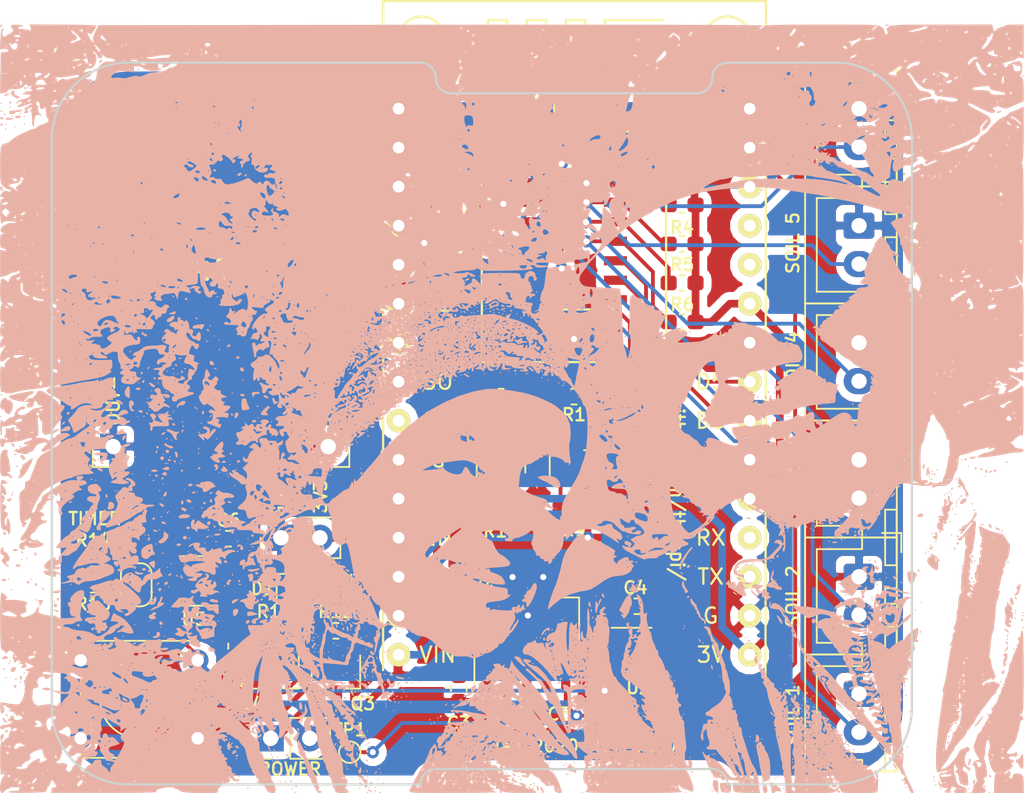
<source format=kicad_pcb>
(kicad_pcb (version 20171130) (host pcbnew 5.0.2-bee76a0~70~ubuntu16.04.1)
  (title_block (rev 2.0.0))
  (layers (0 F.Cu signal) (31 B.Cu signal) (34 B.Paste user) (35 F.Paste user) (36 B.SilkS user hide) (37 F.SilkS user) (38 B.Mask user) (39 F.Mask user) (44 Edge.Cuts user))
  (net 0 "")
  (net 1 GND)
  (net 2 3V3)
  (net 3 BATT_SENSE)
  (net 4 A0)
  (net 5 "Net-(U1-Pad21)")
  (net 6 "Net-(U1-Pad22)")
  (net 7 "Net-(U1-Pad23)")
  (net 8 SOIL_1)
  (net 9 SOIL_2)
  (net 10 SOIL_3)
  (net 11 SOIL_4)
  (net 12 SOIL_5)
  (net 13 SOIL_6)
  (net 14 /OUT+)
  (net 15 /VBAT)
  (net 16 "Net-(C7-Pad1)")
  (net 17 "Net-(Q1-Pad1)")
  (net 18 "Net-(Q1-Pad3)")
  (net 19 "Net-(Q3-Pad1)")
  (net 20 "Net-(Q3-Pad3)")
  (net 21 "Net-(R13-Pad1)")
  (net 22 DONE)
  (net 23 "Net-(D1-Pad2)")
  (net 24 /DELAY_VAL)
  (net 25 "Net-(JP1-Pad2)")
  (net 26 "Net-(R16-Pad2)")
  (net 27 "Net-(TP1-Pad1)")
  (module "ESP8266:NodeMCU1.0(12-E)" (layer F.Cu) (at 148.59 88.9)
    (fp_text reference U1)
    (fp_text value "NodeMCU_1.0_(ESP-12E)")
    (fp_text user VIN (at -8.85 14.605) (layer F.SilkS))
    (fp_text user G (at -8.85 12.065) (layer F.SilkS))
    (fp_text user RST (at -8.85 9.525) (layer F.SilkS))
    (fp_text user EN (at -8.85 6.985) (layer F.SilkS))
    (fp_text user 3V (at -8.85 4.445) (layer F.SilkS))
    (fp_text user G (at -8.85 1.905) (layer F.SilkS))
    (fp_text user SK (at -8.85 -0.635) (layer F.SilkS))
    (fp_text user SO (at -8.85 -3.175) (layer F.SilkS))
    (fp_text user SC (at -8.85 -5.715) (layer F.SilkS))
    (fp_text user S1 (at -8.85 -8.255) (layer F.SilkS))
    (fp_text user S2 (at -8.85 -10.795) (layer F.SilkS))
    (fp_text user 3V (at 8.93 14.605) (layer F.SilkS))
    (fp_text user G (at 8.93 12.065) (layer F.SilkS))
    (fp_text user TX (at 8.93 9.525) (layer F.SilkS))
    (fp_text user RX (at 8.93 6.985) (layer F.SilkS))
    (fp_text user D8 (at 8.93 4.445) (layer F.SilkS))
    (fp_text user D7 (at 8.93 1.905) (layer F.SilkS))
    (fp_text user D6 (at 8.93 -0.635) (layer F.SilkS))
    (fp_text user D5 (at 8.93 -3.175) (layer F.SilkS))
    (fp_text user G (at 9.73 -5.655) (layer F.SilkS))
    (pad 1 thru_hole circle (at -11.39 -20.955) (size 1.524 1.524) (drill 0.762) (layers *.Cu *.Mask F.SilkS) (net 4 A0))
    (pad 2 thru_hole circle (at -11.39 -18.415) (size 1.524 1.524) (drill 0.762) (layers *.Cu *.Mask F.SilkS))
    (pad 3 thru_hole circle (at -11.39 -15.875) (size 1.524 1.524) (drill 0.762) (layers *.Cu *.Mask F.SilkS))
    (pad 4 thru_hole circle (at -11.39 -13.335) (size 1.524 1.524) (drill 0.762) (layers *.Cu *.Mask F.SilkS))
    (pad 5 thru_hole circle (at -11.39 -10.795) (size 1.524 1.524) (drill 0.762) (layers *.Cu *.Mask F.SilkS))
    (pad 6 thru_hole circle (at -11.39 -8.255) (size 1.524 1.524) (drill 0.762) (layers *.Cu *.Mask F.SilkS))
    (pad 7 thru_hole circle (at -11.39 -5.715) (size 1.524 1.524) (drill 0.762) (layers *.Cu *.Mask F.SilkS))
    (pad 8 thru_hole circle (at -11.39 -3.175) (size 1.524 1.524) (drill 0.762) (layers *.Cu *.Mask F.SilkS))
    (pad 9 thru_hole circle (at -11.39 -0.635) (size 1.524 1.524) (drill 0.762) (layers *.Cu *.Mask F.SilkS))
    (pad 10 thru_hole circle (at -11.39 1.905) (size 1.524 1.524) (drill 0.762) (layers *.Cu *.Mask F.SilkS) (net 1 GND))
    (pad 11 thru_hole circle (at -11.39 4.445) (size 1.524 1.524) (drill 0.762) (layers *.Cu *.Mask F.SilkS) (net 2 3V3))
    (pad 12 thru_hole circle (at -11.39 6.985) (size 1.524 1.524) (drill 0.762) (layers *.Cu *.Mask F.SilkS))
    (pad 13 thru_hole circle (at -11.39 9.525) (size 1.524 1.524) (drill 0.762) (layers *.Cu *.Mask F.SilkS))
    (pad 14 thru_hole circle (at -11.39 12.065) (size 1.524 1.524) (drill 0.762) (layers *.Cu *.Mask F.SilkS) (net 1 GND))
    (pad 15 thru_hole circle (at -11.39 14.605) (size 1.524 1.524) (drill 0.762) (layers *.Cu *.Mask F.SilkS) (net 15 /VBAT))
    (pad 16 thru_hole circle (at 11.47 14.605) (size 1.524 1.524) (drill 0.762) (layers *.Cu *.Mask F.SilkS) (net 2 3V3))
    (pad 17 thru_hole circle (at 11.47 12.065) (size 1.524 1.524) (drill 0.762) (layers *.Cu *.Mask F.SilkS) (net 1 GND))
    (pad 18 thru_hole circle (at 11.47 9.525) (size 1.524 1.524) (drill 0.762) (layers *.Cu *.Mask F.SilkS))
    (pad 19 thru_hole circle (at 11.47 6.985) (size 1.524 1.524) (drill 0.762) (layers *.Cu *.Mask F.SilkS))
    (pad 20 thru_hole circle (at 11.47 4.445) (size 1.524 1.524) (drill 0.762) (layers *.Cu *.Mask F.SilkS))
    (pad 21 thru_hole circle (at 11.47 1.905) (size 1.524 1.524) (drill 0.762) (layers *.Cu *.Mask F.SilkS) (net 5 "Net-(U1-Pad21)"))
    (pad 22 thru_hole circle (at 11.47 -0.635) (size 1.524 1.524) (drill 0.762) (layers *.Cu *.Mask F.SilkS) (net 6 "Net-(U1-Pad22)"))
    (pad 23 thru_hole circle (at 11.47 -3.175) (size 1.524 1.524) (drill 0.762) (layers *.Cu *.Mask F.SilkS) (net 7 "Net-(U1-Pad23)"))
    (pad 24 thru_hole circle (at 11.47 -5.715) (size 1.524 1.524) (drill 0.762) (layers *.Cu *.Mask F.SilkS) (net 1 GND))
    (pad 25 thru_hole circle (at 11.47 -8.255) (size 1.524 1.524) (drill 0.762) (layers *.Cu *.Mask F.SilkS) (net 2 3V3))
    (pad 26 thru_hole circle (at 11.47 -10.795) (size 1.524 1.524) (drill 0.762) (layers *.Cu *.Mask F.SilkS))
    (pad 27 thru_hole circle (at 11.47 -13.335) (size 1.524 1.524) (drill 0.762) (layers *.Cu *.Mask F.SilkS))
    (pad 28 thru_hole circle (at 11.47 -15.875) (size 1.524 1.524) (drill 0.762) (layers *.Cu *.Mask F.SilkS) (net 26 "Net-(R16-Pad2)"))
    (pad 29 thru_hole circle (at 11.47 -18.415) (size 1.524 1.524) (drill 0.762) (layers *.Cu *.Mask F.SilkS) (net 22 DONE))
    (pad 30 thru_hole circle (at 11.47 -20.955) (size 1.524 1.524) (drill 0.762) (layers *.Cu *.Mask F.SilkS))
  )
  (module Capacitor_SMD:C_0603_1608Metric_Pad1.05x0.95mm_HandSolder (layer F.Cu) (at 126.12 95.945 180)
    (fp_text reference C6 (at 0 1.2 180) (layer F.SilkS) (effects (font (size 0.8 0.8))))
    (fp_text value 1uF)
    (pad 1 smd roundrect (at -0.875 0 180) (size 1.05 0.95) (layers F.Cu F.Paste F.Mask) (net 14 /OUT+))
    (pad 2 smd roundrect (at 0.875 0 180) (size 1.05 0.95) (layers F.Cu F.Paste F.Mask) (net 1 GND))
  )
  (module Button_Switch_THT:SW_Tactile_Straight_KSL0Axx1LFTR (layer F.Cu) (at 124.12 108.945 180)
    (fp_text reference SW1 (at 3.81 -2.08 180) (layer F.SilkS) (effects (font (size 0.8 0.8))))
    (fp_text value SW_Push)
    (pad 1 thru_hole circle (at 7.62 0 180) (size 1.397 1.397) (drill 0.8128) (layers *.Cu *.Mask) (net 15 /VBAT))
    (pad 2 thru_hole circle (at 7.62 5.08 180) (size 1.397 1.397) (drill 0.8128) (layers *.Cu *.Mask) (net 25 "Net-(JP1-Pad2)"))
    (pad 1 thru_hole circle (at 0 0 180) (size 1.397 1.397) (drill 0.8128) (layers *.Cu *.Mask) (net 15 /VBAT))
    (pad 2 thru_hole circle (at 0 5.08 180) (size 1.397 1.397) (drill 0.8128) (layers *.Cu *.Mask) (net 25 "Net-(JP1-Pad2)"))
  )
  (module Capacitor_SMD:C_0603_1608Metric_Pad1.05x0.95mm_HandSolder (layer F.Cu) (at 145.145 107.395)
    (fp_text reference C5 (at 2.525 -0.025 180) (layer F.SilkS) (effects (font (size 0.8 0.8))))
    (fp_text value 1uF)
    (pad 2 smd roundrect (at 0.875 0) (size 1.05 0.95) (layers F.Cu F.Paste F.Mask) (net 1 GND))
    (pad 1 smd roundrect (at -0.875 0) (size 1.05 0.95) (layers F.Cu F.Paste F.Mask) (net 2 3V3))
  )
  (module Connector_PinHeader_2.54mm:PinHeader_1x02_P2.54mm_Vertical (layer F.Cu) (at 128.87 108.945 90)
    (fp_text reference SW2)
    (fp_text value SW)
    (pad 1 thru_hole rect (at 0 0 90) (size 1.7 1.7) (drill 1) (layers *.Cu *.Mask) (net 20 "Net-(Q3-Pad3)"))
    (pad 2 thru_hole oval (at 0 2.54 90) (size 1.7 1.7) (drill 1) (layers *.Cu *.Mask) (net 15 /VBAT))
  )
  (module tp4056:tp4056 (layer F.Cu) (at 118.62 89.945 90)
    (fp_text reference J4)
    (fp_text value PWR)
    (pad 1 thru_hole rect (at 0 0 90) (size 1.7 1.7) (drill 1) (layers *.Cu *.Mask) (net 1 GND))
    (pad 2 thru_hole oval (at 0 14 90) (size 1.7 1.7) (drill 1) (layers *.Cu *.Mask) (net 14 /OUT+))
  )
  (module Capacitor_SMD:C_0603_1608Metric_Pad1.05x0.95mm_HandSolder (layer F.Cu) (at 156.22 70.545 90)
    (fp_text reference C2 (at 2.25 -0.05 180) (layer F.SilkS) (effects (font (size 0.8 0.8))))
    (fp_text value 1uF)
    (pad 2 smd roundrect (at 0.875 0 90) (size 1.05 0.95) (layers F.Cu F.Paste F.Mask) (net 1 GND))
    (pad 1 smd roundrect (at -0.875 0 90) (size 1.05 0.95) (layers F.Cu F.Paste F.Mask) (net 2 3V3))
  )
  (module Capacitor_SMD:C_0603_1608Metric_Pad1.05x0.95mm_HandSolder (layer F.Cu) (at 154.02 70.545 90)
    (fp_text reference C1 (at 2.2 -0.1 180) (layer F.SilkS) (effects (font (size 0.8 0.8))))
    (fp_text value 0.1uF)
    (pad 1 smd roundrect (at -0.875 0 90) (size 1.05 0.95) (layers F.Cu F.Paste F.Mask) (net 2 3V3))
    (pad 2 smd roundrect (at 0.875 0 90) (size 1.05 0.95) (layers F.Cu F.Paste F.Mask) (net 1 GND))
  )
  (module Capacitor_SMD:C_0603_1608Metric_Pad1.05x0.95mm_HandSolder (layer F.Cu) (at 141.12 105.695 270)
    (fp_text reference C3 (at 2.25 0) (layer F.SilkS) (effects (font (size 0.8 0.8))))
    (fp_text value 1uF)
    (pad 2 smd roundrect (at 0.875 0 270) (size 1.05 0.95) (layers F.Cu F.Paste F.Mask) (net 1 GND))
    (pad 1 smd roundrect (at -0.875 0 270) (size 1.05 0.95) (layers F.Cu F.Paste F.Mask) (net 15 /VBAT))
  )
  (module Capacitor_SMD:C_0603_1608Metric_Pad1.05x0.95mm_HandSolder (layer F.Cu) (at 152.72 100.345)
    (fp_text reference C4 (at -0.1 -1.2 180) (layer F.SilkS) (effects (font (size 0.8 0.8))))
    (fp_text value 0.1uF)
    (pad 1 smd roundrect (at -0.875 0) (size 1.05 0.95) (layers F.Cu F.Paste F.Mask) (net 15 /VBAT))
    (pad 2 smd roundrect (at 0.875 0) (size 1.05 0.95) (layers F.Cu F.Paste F.Mask) (net 1 GND))
  )
  (module Resistor_SMD:R_0603_1608Metric_Pad1.05x0.95mm_HandSolder (layer F.Cu) (at 148.62 86.695 180)
    (fp_text reference R1 (at 0 -1.18 180) (layer F.SilkS) (effects (font (size 0.8 0.8))))
    (fp_text value 100K)
    (pad 1 smd roundrect (at -0.875 0 180) (size 1.05 0.95) (layers F.Cu F.Paste F.Mask) (net 18 "Net-(Q1-Pad3)"))
    (pad 2 smd roundrect (at 0.875 0 180) (size 1.05 0.95) (layers F.Cu F.Paste F.Mask) (net 3 BATT_SENSE))
  )
  (module Resistor_SMD:R_0603_1608Metric_Pad1.05x0.95mm_HandSolder (layer F.Cu) (at 143.87 86.695 180)
    (fp_text reference R2 (at 0 -1.17 180) (layer F.SilkS) (effects (font (size 0.8 0.8))))
    (fp_text value 100K)
    (pad 2 smd roundrect (at 0.875 0 180) (size 1.05 0.95) (layers F.Cu F.Paste F.Mask) (net 1 GND))
    (pad 1 smd roundrect (at -0.875 0 180) (size 1.05 0.95) (layers F.Cu F.Paste F.Mask) (net 3 BATT_SENSE))
  )
  (module Resistor_SMD:R_0603_1608Metric_Pad1.05x0.95mm_HandSolder (layer F.Cu) (at 155.66 74.215 180)
    (fp_text reference R3 (at 0 1.12 180) (layer F.SilkS) (effects (font (size 0.8 0.8))))
    (fp_text value 10K)
    (pad 1 smd roundrect (at -0.875 0 180) (size 1.05 0.95) (layers F.Cu F.Paste F.Mask) (net 2 3V3))
    (pad 2 smd roundrect (at 0.875 0 180) (size 1.05 0.95) (layers F.Cu F.Paste F.Mask) (net 8 SOIL_1))
  )
  (module Resistor_SMD:R_0603_1608Metric_Pad1.05x0.95mm_HandSolder (layer F.Cu) (at 155.66 76.755 180)
    (fp_text reference R4 (at 0 1.06 180) (layer F.SilkS) (effects (font (size 0.8 0.8))))
    (fp_text value 10K)
    (pad 2 smd roundrect (at 0.875 0 180) (size 1.05 0.95) (layers F.Cu F.Paste F.Mask) (net 9 SOIL_2))
    (pad 1 smd roundrect (at -0.875 0 180) (size 1.05 0.95) (layers F.Cu F.Paste F.Mask) (net 2 3V3))
  )
  (module Resistor_SMD:R_0603_1608Metric_Pad1.05x0.95mm_HandSolder (layer F.Cu) (at 155.66 79.295 180)
    (fp_text reference R5 (at -0.01 1.2 180) (layer F.SilkS) (effects (font (size 0.8 0.8))))
    (fp_text value 10K)
    (pad 1 smd roundrect (at -0.875 0 180) (size 1.05 0.95) (layers F.Cu F.Paste F.Mask) (net 2 3V3))
    (pad 2 smd roundrect (at 0.875 0 180) (size 1.05 0.95) (layers F.Cu F.Paste F.Mask) (net 10 SOIL_3))
  )
  (module Resistor_SMD:R_0603_1608Metric_Pad1.05x0.95mm_HandSolder (layer F.Cu) (at 155.66 81.835 180)
    (fp_text reference R6 (at -0.01 1.14 180) (layer F.SilkS) (effects (font (size 0.8 0.8))))
    (fp_text value 10K)
    (pad 2 smd roundrect (at 0.875 0 180) (size 1.05 0.95) (layers F.Cu F.Paste F.Mask) (net 11 SOIL_4))
    (pad 1 smd roundrect (at -0.875 0 180) (size 1.05 0.95) (layers F.Cu F.Paste F.Mask) (net 2 3V3))
  )
  (module Resistor_SMD:R_0603_1608Metric_Pad1.05x0.95mm_HandSolder (layer F.Cu) (at 141.42 71.495)
    (fp_text reference R7 (at 0.05 -1.28) (layer F.SilkS) (effects (font (size 0.8 0.8))))
    (fp_text value 10K)
    (pad 1 smd roundrect (at -0.875 0) (size 1.05 0.95) (layers F.Cu F.Paste F.Mask) (net 2 3V3))
    (pad 2 smd roundrect (at 0.875 0) (size 1.05 0.95) (layers F.Cu F.Paste F.Mask) (net 12 SOIL_5))
  )
  (module Resistor_SMD:R_0603_1608Metric_Pad1.05x0.95mm_HandSolder (layer F.Cu) (at 141.42 74.145)
    (fp_text reference R8 (at 0.05 -1.22) (layer F.SilkS) (effects (font (size 0.8 0.8))))
    (fp_text value 10K)
    (pad 2 smd roundrect (at 0.875 0) (size 1.05 0.95) (layers F.Cu F.Paste F.Mask) (net 13 SOIL_6))
    (pad 1 smd roundrect (at -0.875 0) (size 1.05 0.95) (layers F.Cu F.Paste F.Mask) (net 2 3V3))
  )
  (module Connector_JST:JST_XH_B02B-XH-A_1x02_P2.50mm_Vertical (layer F.Cu) (at 167.18 67.945 270)
    (fp_text reference J1)
    (fp_text value SOIL)
    (pad 1 thru_hole roundrect (at 0 0 270) (size 1.7 2) (drill 1) (layers *.Cu *.Mask) (roundrect_rratio 0.147059) (net 1 GND))
    (pad 2 thru_hole oval (at 2.5 0 270) (size 1.7 2) (drill 1) (layers *.Cu *.Mask) (net 8 SOIL_1))
  )
  (module Connector_JST:JST_XH_B02B-XH-A_1x02_P2.50mm_Vertical (layer F.Cu) (at 167.18 75.565 270)
    (fp_text reference J2)
    (fp_text value SOIL)
    (pad 2 thru_hole oval (at 2.5 0 270) (size 1.7 2) (drill 1) (layers *.Cu *.Mask) (net 9 SOIL_2))
    (pad 1 thru_hole roundrect (at 0 0 270) (size 1.7 2) (drill 1) (layers *.Cu *.Mask) (roundrect_rratio 0.147059) (net 1 GND))
  )
  (module Connector_JST:JST_XH_B02B-XH-A_1x02_P2.50mm_Vertical (layer F.Cu) (at 167.18 83.185 270)
    (fp_text reference J5)
    (fp_text value SOIL)
    (pad 1 thru_hole roundrect (at 0 0 270) (size 1.7 2) (drill 1) (layers *.Cu *.Mask) (roundrect_rratio 0.147059) (net 1 GND))
    (pad 2 thru_hole oval (at 2.5 0 270) (size 1.7 2) (drill 1) (layers *.Cu *.Mask) (net 10 SOIL_3))
  )
  (module Connector_JST:JST_XH_B02B-XH-A_1x02_P2.50mm_Vertical (layer F.Cu) (at 167.18 90.805 270)
    (fp_text reference J6)
    (fp_text value SOIL)
    (pad 2 thru_hole oval (at 2.5 0 270) (size 1.7 2) (drill 1) (layers *.Cu *.Mask) (net 11 SOIL_4))
    (pad 1 thru_hole roundrect (at 0 0 270) (size 1.7 2) (drill 1) (layers *.Cu *.Mask) (roundrect_rratio 0.147059) (net 1 GND))
  )
  (module Connector_JST:JST_XH_B02B-XH-A_1x02_P2.50mm_Vertical (layer F.Cu) (at 167.18 98.425 270)
    (fp_text reference J7)
    (fp_text value SOIL)
    (pad 1 thru_hole roundrect (at 0 0 270) (size 1.7 2) (drill 1) (layers *.Cu *.Mask) (roundrect_rratio 0.147059) (net 1 GND))
    (pad 2 thru_hole oval (at 2.5 0 270) (size 1.7 2) (drill 1) (layers *.Cu *.Mask) (net 12 SOIL_5))
  )
  (module Connector_JST:JST_XH_B02B-XH-A_1x02_P2.50mm_Vertical (layer F.Cu) (at 167.18 106.045 270)
    (fp_text reference J8)
    (fp_text value SOIL)
    (pad 1 thru_hole roundrect (at 0 0 270) (size 1.7 2) (drill 1) (layers *.Cu *.Mask) (roundrect_rratio 0.147059) (net 1 GND))
    (pad 2 thru_hole oval (at 2.5 0 270) (size 1.7 2) (drill 1) (layers *.Cu *.Mask) (net 13 SOIL_6))
  )
  (module Connector_PinHeader_2.54mm:PinHeader_1x02_P2.54mm_Vertical (layer F.Cu) (at 129.54 95.885 90)
    (fp_text reference J3)
    (fp_text value USB_UART)
    (pad 1 thru_hole rect (at 0 0 90) (size 1.7 1.7) (drill 1) (layers *.Cu *.Mask) (net 1 GND))
    (pad 2 thru_hole oval (at 0 2.54 90) (size 1.7 1.7) (drill 1) (layers *.Cu *.Mask) (net 2 3V3))
  )
  (module Capacitor_SMD:C_0603_1608Metric_Pad1.05x0.95mm_HandSolder (layer F.Cu) (at 126.62 102.945 270)
    (fp_text reference C7 (at 2.25 0 180) (layer F.SilkS) (effects (font (size 0.8 0.8))))
    (fp_text value 1000pF)
    (pad 1 smd roundrect (at -0.875 0 270) (size 1.05 0.95) (layers F.Cu F.Paste F.Mask) (net 16 "Net-(C7-Pad1)"))
    (pad 2 smd roundrect (at 0.875 0 270) (size 1.05 0.95) (layers F.Cu F.Paste F.Mask) (net 1 GND))
  )
  (module Package_TO_SOT_SMD:SOT-23 (layer F.Cu) (at 148.62 90.945 90)
    (fp_text reference Q1 (at 1.5 -1.5 180) (layer F.SilkS) (effects (font (size 0.8 0.8))))
    (fp_text value Si2305CDS)
    (pad 1 smd rect (at -1 -0.95 90) (size 0.9 0.8) (layers F.Cu F.Paste F.Mask) (net 17 "Net-(Q1-Pad1)"))
    (pad 2 smd rect (at -1 0.95 90) (size 0.9 0.8) (layers F.Cu F.Paste F.Mask) (net 15 /VBAT))
    (pad 3 smd rect (at 1 0 90) (size 0.9 0.8) (layers F.Cu F.Paste F.Mask) (net 18 "Net-(Q1-Pad3)"))
  )
  (module Package_TO_SOT_SMD:SOT-23 (layer F.Cu) (at 143.87 90.945 90)
    (fp_text reference Q2 (at 1.5 -1.5 180) (layer F.SilkS) (effects (font (size 0.8 0.8))))
    (fp_text value BSS138)
    (pad 3 smd rect (at 1 0 90) (size 0.9 0.8) (layers F.Cu F.Paste F.Mask) (net 17 "Net-(Q1-Pad1)"))
    (pad 2 smd rect (at -1 0.95 90) (size 0.9 0.8) (layers F.Cu F.Paste F.Mask) (net 1 GND))
    (pad 1 smd rect (at -1 -0.95 90) (size 0.9 0.8) (layers F.Cu F.Paste F.Mask) (net 2 3V3))
  )
  (module Package_TO_SOT_SMD:SOT-23 (layer F.Cu) (at 133.12 104.945 270)
    (fp_text reference Q3 (at 1.75 -1.75) (layer F.SilkS) (effects (font (size 0.8 0.8))))
    (fp_text value Si2305CDS)
    (pad 1 smd rect (at -1 -0.95 270) (size 0.9 0.8) (layers F.Cu F.Paste F.Mask) (net 19 "Net-(Q3-Pad1)"))
    (pad 2 smd rect (at -1 0.95 270) (size 0.9 0.8) (layers F.Cu F.Paste F.Mask) (net 14 /OUT+))
    (pad 3 smd rect (at 1 0 270) (size 0.9 0.8) (layers F.Cu F.Paste F.Mask) (net 20 "Net-(Q3-Pad3)"))
  )
  (module Package_TO_SOT_SMD:SOT-23 (layer F.Cu) (at 129.12 104.945 270)
    (fp_text reference Q4 (at 1.75 1.5) (layer F.SilkS) (effects (font (size 0.8 0.8))))
    (fp_text value BSS138)
    (pad 3 smd rect (at 1 0 270) (size 0.9 0.8) (layers F.Cu F.Paste F.Mask) (net 19 "Net-(Q3-Pad1)"))
    (pad 2 smd rect (at -1 0.95 270) (size 0.9 0.8) (layers F.Cu F.Paste F.Mask) (net 1 GND))
    (pad 1 smd rect (at -1 -0.95 270) (size 0.9 0.8) (layers F.Cu F.Paste F.Mask) (net 16 "Net-(C7-Pad1)"))
  )
  (module Resistor_SMD:R_0603_1608Metric_Pad1.05x0.95mm_HandSolder (layer F.Cu) (at 148.62 93.945 180)
    (fp_text reference R9 (at 0 -1.43 180) (layer F.SilkS) (effects (font (size 0.8 0.8))))
    (fp_text value 10K)
    (pad 2 smd roundrect (at 0.875 0 180) (size 1.05 0.95) (layers F.Cu F.Paste F.Mask) (net 17 "Net-(Q1-Pad1)"))
    (pad 1 smd roundrect (at -0.875 0 180) (size 1.05 0.95) (layers F.Cu F.Paste F.Mask) (net 15 /VBAT))
  )
  (module Resistor_SMD:R_0603_1608Metric_Pad1.05x0.95mm_HandSolder (layer F.Cu) (at 143.87 93.945)
    (fp_text reference R10 (at 0 1.5) (layer F.SilkS) (effects (font (size 0.8 0.8))))
    (fp_text value 10K)
    (pad 1 smd roundrect (at -0.875 0) (size 1.05 0.95) (layers F.Cu F.Paste F.Mask) (net 2 3V3))
    (pad 2 smd roundrect (at 0.875 0) (size 1.05 0.95) (layers F.Cu F.Paste F.Mask) (net 1 GND))
  )
  (module Resistor_SMD:R_0603_1608Metric_Pad1.05x0.95mm_HandSolder (layer F.Cu) (at 129.12 101.945 180)
    (fp_text reference R11 (at 0 1.25 180) (layer F.SilkS) (effects (font (size 0.8 0.8))))
    (fp_text value 10K)
    (pad 1 smd roundrect (at -0.875 0 180) (size 1.05 0.95) (layers F.Cu F.Paste F.Mask) (net 14 /OUT+))
    (pad 2 smd roundrect (at 0.875 0 180) (size 1.05 0.95) (layers F.Cu F.Paste F.Mask) (net 16 "Net-(C7-Pad1)"))
  )
  (module Resistor_SMD:R_0603_1608Metric_Pad1.05x0.95mm_HandSolder (layer F.Cu) (at 133.12 101.945)
    (fp_text reference R12 (at 0 -1.25) (layer F.SilkS) (effects (font (size 0.8 0.8))))
    (fp_text value 10K)
    (pad 2 smd roundrect (at 0.875 0) (size 1.05 0.95) (layers F.Cu F.Paste F.Mask) (net 19 "Net-(Q3-Pad1)"))
    (pad 1 smd roundrect (at -0.875 0) (size 1.05 0.95) (layers F.Cu F.Paste F.Mask) (net 14 /OUT+))
  )
  (module Resistor_SMD:R_0603_1608Metric_Pad1.05x0.95mm_HandSolder (layer F.Cu) (at 117.32 98.945)
    (fp_text reference R13 (at 0 1.25) (layer F.SilkS) (effects (font (size 0.8 0.8))))
    (fp_text value 100K)
    (pad 1 smd roundrect (at -0.875 0) (size 1.05 0.95) (layers F.Cu F.Paste F.Mask) (net 21 "Net-(R13-Pad1)"))
    (pad 2 smd roundrect (at 0.875 0) (size 1.05 0.95) (layers F.Cu F.Paste F.Mask) (net 25 "Net-(JP1-Pad2)"))
  )
  (module Resistor_SMD:R_0603_1608Metric_Pad1.05x0.95mm_HandSolder (layer F.Cu) (at 117.32 97.245 180)
    (fp_text reference R14 (at 0 1.2 180) (layer F.SilkS) (effects (font (size 0.8 0.8))))
    (fp_text value 10K)
    (pad 2 smd roundrect (at 0.875 0 180) (size 1.05 0.95) (layers F.Cu F.Paste F.Mask) (net 21 "Net-(R13-Pad1)"))
    (pad 1 smd roundrect (at -0.875 0 180) (size 1.05 0.95) (layers F.Cu F.Paste F.Mask) (net 1 GND))
  )
  (module Package_TO_SOT_SMD:SOT-223-6 (layer F.Cu) (at 145.545 101.645 90)
    (fp_text reference U4 (at 2.475 -2.875 180) (layer F.SilkS) (effects (font (size 0.8 0.8))))
    (fp_text value tps73733)
    (pad 4 smd rect (at -3.1375 1.27 90) (size 2.2 0.6) (layers F.Cu F.Paste F.Mask))
    (pad 2 smd rect (at -3.1375 -1.27 90) (size 2.2 0.6) (layers F.Cu F.Paste F.Mask) (net 2 3V3))
    (pad 6 smd rect (at 3.1625 0 90) (size 2.15 3.45) (layers F.Cu F.Paste F.Mask) (net 1 GND))
    (pad 3 smd rect (at -3.1375 0 90) (size 2.2 0.6) (layers F.Cu F.Paste F.Mask) (net 1 GND))
    (pad 5 smd rect (at -3.1375 2.54 90) (size 2.2 0.6) (layers F.Cu F.Paste F.Mask) (net 27 "Net-(TP1-Pad1)"))
    (pad 1 smd rect (at -3.1375 -2.54 90) (size 2.2 0.6) (layers F.Cu F.Paste F.Mask) (net 15 /VBAT))
  )
  (module Package_TO_SOT_SMD:SOT-23-5_HandSoldering (layer F.Cu) (at 123.87 98.695 180)
    (fp_text reference U5 (at 0 -2.5 180) (layer F.SilkS) (effects (font (size 0.8 0.8))))
    (fp_text value BD4833G)
    (pad 1 smd rect (at -1.35 -0.95 180) (size 1.56 0.65) (layers F.Cu F.Paste F.Mask) (net 16 "Net-(C7-Pad1)"))
    (pad 2 smd rect (at -1.35 0 180) (size 1.56 0.65) (layers F.Cu F.Paste F.Mask) (net 14 /OUT+))
    (pad 3 smd rect (at -1.35 0.95 180) (size 1.56 0.65) (layers F.Cu F.Paste F.Mask) (net 1 GND))
    (pad 4 smd rect (at 1.35 0.95 180) (size 1.56 0.65) (layers F.Cu F.Paste F.Mask))
    (pad 5 smd rect (at 1.35 -0.95 180) (size 1.56 0.65) (layers F.Cu F.Paste F.Mask))
  )
  (module Package_SO:SOIC-16_3.9x9.9mm_P1.27mm (layer F.Cu) (at 148.62 75.945)
    (fp_text reference U3 (at 0 -6) (layer F.SilkS) (effects (font (size 0.8 0.8))))
    (fp_text value CD4051B)
    (pad 1 smd rect (at -2.7 -4.445) (size 1.5 0.6) (layers F.Cu F.Paste F.Mask) (net 12 SOIL_5))
    (pad 2 smd rect (at -2.7 -3.175) (size 1.5 0.6) (layers F.Cu F.Paste F.Mask) (net 13 SOIL_6))
    (pad 3 smd rect (at -2.7 -1.905) (size 1.5 0.6) (layers F.Cu F.Paste F.Mask) (net 4 A0))
    (pad 4 smd rect (at -2.7 -0.635) (size 1.5 0.6) (layers F.Cu F.Paste F.Mask) (net 24 /DELAY_VAL))
    (pad 5 smd rect (at -2.7 0.635) (size 1.5 0.6) (layers F.Cu F.Paste F.Mask) (net 3 BATT_SENSE))
    (pad 6 smd rect (at -2.7 1.905) (size 1.5 0.6) (layers F.Cu F.Paste F.Mask) (net 1 GND))
    (pad 7 smd rect (at -2.7 3.175) (size 1.5 0.6) (layers F.Cu F.Paste F.Mask) (net 1 GND))
    (pad 8 smd rect (at -2.7 4.445) (size 1.5 0.6) (layers F.Cu F.Paste F.Mask) (net 1 GND))
    (pad 9 smd rect (at 2.7 4.445) (size 1.5 0.6) (layers F.Cu F.Paste F.Mask) (net 5 "Net-(U1-Pad21)"))
    (pad 10 smd rect (at 2.7 3.175) (size 1.5 0.6) (layers F.Cu F.Paste F.Mask) (net 6 "Net-(U1-Pad22)"))
    (pad 11 smd rect (at 2.7 1.905) (size 1.5 0.6) (layers F.Cu F.Paste F.Mask) (net 7 "Net-(U1-Pad23)"))
    (pad 12 smd rect (at 2.7 0.635) (size 1.5 0.6) (layers F.Cu F.Paste F.Mask) (net 11 SOIL_4))
    (pad 13 smd rect (at 2.7 -0.635) (size 1.5 0.6) (layers F.Cu F.Paste F.Mask) (net 10 SOIL_3))
    (pad 14 smd rect (at 2.7 -1.905) (size 1.5 0.6) (layers F.Cu F.Paste F.Mask) (net 9 SOIL_2))
    (pad 15 smd rect (at 2.7 -3.175) (size 1.5 0.6) (layers F.Cu F.Paste F.Mask) (net 8 SOIL_1))
    (pad 16 smd rect (at 2.7 -4.445) (size 1.5 0.6) (layers F.Cu F.Paste F.Mask) (net 2 3V3))
  )
  (module LED_SMD:LED_0805_2012Metric_Pad1.15x1.40mm_HandSolder (layer F.Cu) (at 131.12 99.195)
    (fp_text reference D1 (at -2.75 0 180) (layer F.SilkS) (effects (font (size 0.8 0.8))))
    (fp_text value LED)
    (pad 1 smd roundrect (at -1.025 0) (size 1.15 1.4) (layers F.Cu F.Paste F.Mask) (roundrect_rratio 0.217391) (net 1 GND))
    (pad 2 smd roundrect (at 1.025 0) (size 1.15 1.4) (layers F.Cu F.Paste F.Mask) (roundrect_rratio 0.217391) (net 23 "Net-(D1-Pad2)"))
  )
  (module Package_TO_SOT_SMD:SuperSOT-6 (layer F.Cu) (at 152.82 103.345)
    (fp_text reference U2 (at 0 2.3) (layer F.SilkS) (effects (font (size 0.8 0.8))))
    (fp_text value tpl5111)
    (pad 1 smd rect (at -1.3 -0.95) (size 1 0.7) (layers F.Cu F.Paste F.Mask) (net 15 /VBAT))
    (pad 2 smd rect (at -1.3 0) (size 1 0.7) (layers F.Cu F.Paste F.Mask) (net 1 GND))
    (pad 3 smd rect (at -1.3 0.95) (size 1 0.7) (layers F.Cu F.Paste F.Mask) (net 25 "Net-(JP1-Pad2)"))
    (pad 4 smd rect (at 1.3 0.95) (size 1 0.7) (layers F.Cu F.Paste F.Mask) (net 22 DONE))
    (pad 6 smd rect (at 1.3 -0.95) (size 1 0.7) (layers F.Cu F.Paste F.Mask) (net 15 /VBAT))
    (pad 5 smd rect (at 1.3 0) (size 1 0.7) (layers F.Cu F.Paste F.Mask) (net 27 "Net-(TP1-Pad1)"))
  )
  (module Resistor_SMD:R_0603_1608Metric_Pad1.05x0.95mm_HandSolder (layer F.Cu) (at 134.62 98.445 90)
    (fp_text reference R15 (at 2.9 0 90) (layer F.SilkS) (effects (font (size 0.8 0.8))))
    (fp_text value 1K)
    (pad 1 smd roundrect (at -0.875 0 90) (size 1.05 0.95) (layers F.Cu F.Paste F.Mask) (net 23 "Net-(D1-Pad2)"))
    (pad 2 smd roundrect (at 0.875 0 90) (size 1.05 0.95) (layers F.Cu F.Paste F.Mask) (net 2 3V3))
  )
  (module theapi:TheApiLogoTiny (layer F.Cu) (at 126.24 107.225)
    (fp_text reference REF** hide)
    (fp_text value TheApiLogoTiny hide)
  )
  (module theapi:us (layer B.Cu) (at 144.62 87.445 180)
    (fp_text reference G*** hide)
    (fp_text value LOGO hide)
  )
  (module Jumper:SolderJumper-2_P1.3mm_Open_RoundedPad1.0x1.5mm (layer F.Cu) (at 120.12 98.945 270)
    (fp_text reference JP1)
    (fp_text value Jumper)
    (pad 1 smd custom (at -0.65 0 270) (size 1 0.5) (layers F.Cu F.Mask) (net 24 /DELAY_VAL) (options (clearance outline) (anchor rect)) (primitives (gr_circle (center 0 0.25) (end 0.5 0.25) (width 0)) (gr_circle (center 0 -0.25) (end 0.5 -0.25) (width 0)) (gr_poly (pts (xy 0 -0.75) (xy 0.5 -0.75) (xy 0.5 0.75) (xy 0 0.75)) (width 0))))
    (pad 2 smd custom (at 0.65 0 270) (size 1 0.5) (layers F.Cu F.Mask) (net 25 "Net-(JP1-Pad2)") (options (clearance outline) (anchor rect)) (primitives (gr_circle (center 0 0.25) (end 0.5 0.25) (width 0)) (gr_circle (center 0 -0.25) (end 0.5 -0.25) (width 0)) (gr_poly (pts (xy 0 -0.75) (xy -0.5 -0.75) (xy -0.5 0.75) (xy 0 0.75)) (width 0))))
  )
  (module Resistor_SMD:R_0603_1608Metric_Pad1.05x0.95mm_HandSolder (layer F.Cu) (at 141.37 76.695 180)
    (fp_text reference R16 (at 0 1.25 180) (layer F.SilkS) (effects (font (size 0.8 0.8))))
    (fp_text value 10K)
    (pad 1 smd roundrect (at -0.875 0 180) (size 1.05 0.95) (layers F.Cu F.Paste F.Mask) (net 24 /DELAY_VAL))
    (pad 2 smd roundrect (at 0.875 0 180) (size 1.05 0.95) (layers F.Cu F.Paste F.Mask) (net 26 "Net-(R16-Pad2)"))
  )
  (module TestPoint:TestPoint_Pad_D1.0mm (layer F.Cu) (at 134.02 109.845)
    (fp_text reference TP1 (at 0 -1.448) (layer F.SilkS) (effects (font (size 0.8 0.8))))
    (fp_text value TestPoint)
    (pad 1 smd circle (at 0 0) (size 1 1) (layers F.Cu F.Mask) (net 27 "Net-(TP1-Pad1)"))
  )
  (gr_text TIMER (at 117.42 94.645) (layer F.SilkS) (effects (font (size 0.8 0.8))))
  (gr_arc (start 119.62 69.945) (end 119.62 64.945) (angle -90) (layer Edge.Cuts) (width 0.15))
  (gr_arc (start 165.62 106.945) (end 165.62 111.945) (angle -90) (layer Edge.Cuts) (width 0.15))
  (gr_arc (start 165.62 69.945) (end 170.62 69.945) (angle -90) (layer Edge.Cuts) (width 0.15))
  (gr_arc (start 119.62 106.945) (end 114.62 106.945) (angle -90) (layer Edge.Cuts) (width 0.15))
  (gr_text "Jan 2020 Rev 2.0.0" (at 143.12 109.445) (layer F.SilkS) (effects (font (size 0.8 0.8)) (justify left)))
  (gr_text ANTENNA (at 148.12 67.945) (layer F.SilkS) (effects (font (size 0.8 0.8))))
  (gr_arc (start 157.62 111.945) (end 158.62 111.945) (angle -90) (layer Edge.Cuts) (width 0.15))
  (gr_arc (start 139.62 111.945) (end 139.62 110.945) (angle -90) (layer Edge.Cuts) (width 0.15))
  (gr_arc (start 140.62 65.945) (end 139.62 65.945) (angle -90) (layer Edge.Cuts) (width 0.15))
  (gr_arc (start 156.62 65.945) (end 156.62 66.945) (angle -90) (layer Edge.Cuts) (width 0.15))
  (gr_line (start 158.62 111.945) (end 161.62 111.945) (layer Edge.Cuts) (width 0.15))
  (gr_text "//github.com/theapi/\nesp8266wsn " (at 154.62 84.945 270) (layer F.SilkS) (effects (font (size 0.9 0.8)) (justify left)))
  (gr_text "SOIL 6" (at 162.87 69.195 90) (layer F.SilkS) (effects (font (size 0.8 0.8))))
  (gr_text "SOIL 5" (at 162.87 76.695 90) (layer F.SilkS) (effects (font (size 0.8 0.8))))
  (gr_text "SOIL 4" (at 162.87 84.445 90) (layer F.SilkS) (effects (font (size 0.8 0.8))))
  (gr_text "SOIL 3" (at 162.87 91.945 90) (layer F.SilkS) (effects (font (size 0.8 0.8))))
  (gr_text "SOIL 2" (at 162.87 99.695 90) (layer F.SilkS) (effects (font (size 0.8 0.8))))
  (gr_text "SOIL 1" (at 162.87 107.445 90) (layer F.SilkS) (effects (font (size 0.8 0.8))))
  (gr_text OUT- (at 118.62 86.945 90) (layer F.SilkS) (effects (font (size 0.8 0.8))))
  (gr_text OUT+ (at 132.62 86.695 90) (layer F.SilkS) (effects (font (size 0.8 0.8))))
  (gr_text POWER (at 130.12 110.945) (layer F.SilkS) (effects (font (size 0.8 0.8))))
  (gr_text GND (at 129.37 93.345 90) (layer F.SilkS) (effects (font (size 0.8 0.8))))
  (gr_text 3V3 (at 132.12 93.195 90) (layer F.SilkS) (effects (font (size 0.8 0.8))))
  (gr_arc (start 158.62 65.945) (end 158.62 64.945) (angle -90) (layer Edge.Cuts) (width 0.15))
  (gr_arc (start 138.62 65.945) (end 139.62 65.945) (angle -90) (layer Edge.Cuts) (width 0.15))
  (gr_text TP4056 (at 125.25 78.335) (layer F.SilkS) (effects (font (size 1.5 1.5) (thickness 0.3))))
  (gr_line (start 161.62 111.945) (end 165.62 111.945) (layer Edge.Cuts) (width 0.15))
  (gr_line (start 158.62 64.945) (end 165.62 64.945) (layer Edge.Cuts) (width 0.15))
  (gr_line (start 139.62 110.945) (end 157.62 110.945) (layer Edge.Cuts) (width 0.15))
  (gr_line (start 138.62 111.945) (end 119.62 111.945) (layer Edge.Cuts) (width 0.15))
  (gr_line (start 138.62 64.945) (end 119.62 64.945) (layer Edge.Cuts) (width 0.15))
  (gr_line (start 114.62 106.945) (end 114.62 69.945) (layer Edge.Cuts) (width 0.15))
  (gr_line (start 170.62 69.945) (end 170.62 106.945) (layer Edge.Cuts) (width 0.15))
  (gr_line (start 140.62 66.945) (end 156.62 66.945) (layer Edge.Cuts) (width 0.15))
  (via (at 146.62 98.445) (size 0.8) (drill 0.4) (layers F.Cu B.Cu) (net 1))
  (via (at 144.62 98.445) (size 0.8) (drill 0.4) (layers F.Cu B.Cu) (net 1))
  (via (at 148.62 82.945) (size 0.8) (drill 0.4) (layers F.Cu B.Cu) (net 1))
  (segment (start 125.22 95.97) (end 125.245 95.945) (width 0.25) (layer F.Cu) (net 1))
  (segment (start 125.22 97.745) (end 125.22 95.97) (width 0.25) (layer F.Cu) (net 1))
  (segment (start 145.92 77.85) (end 145.92 79.12) (width 0.25) (layer F.Cu) (net 1))
  (segment (start 145.92 79.12) (end 145.92 80.39) (width 0.25) (layer F.Cu) (net 1))
  (segment (start 144.82 93.87) (end 144.745 93.945) (width 0.25) (layer F.Cu) (net 1))
  (segment (start 145.545 106.92) (end 146.02 107.395) (width 0.25) (layer F.Cu) (net 1))
  (segment (start 145.545 104.7825) (end 145.545 106.92) (width 0.25) (layer F.Cu) (net 1))
  (segment (start 162.09 83.185) (end 167.18 88.275) (width 0.25) (layer B.Cu) (net 1))
  (segment (start 167.18 88.275) (end 167.18 90.805) (width 0.25) (layer B.Cu) (net 1))
  (segment (start 160.63763 83.185) (end 162.09 83.185) (width 0.25) (layer B.Cu) (net 1))
  (via (at 145.62 100.945) (size 0.8) (drill 0.4) (layers F.Cu B.Cu) (net 1))
  (segment (start 118.245 90.32) (end 118.62 89.945) (width 0.25) (layer F.Cu) (net 1))
  (segment (start 129.62 95.965) (end 129.54 95.885) (width 0.25) (layer F.Cu) (net 1))
  (segment (start 130.095 99.195) (end 129.62 98.72) (width 0.25) (layer F.Cu) (net 1))
  (segment (start 134.37 91.945) (end 135.87 91.945) (width 0.25) (layer F.Cu) (net 1))
  (segment (start 137.01 90.805) (end 137.2 90.805) (width 0.25) (layer F.Cu) (net 1))
  (segment (start 129.54 94.525) (end 130.87 93.195) (width 0.25) (layer F.Cu) (net 1))
  (segment (start 135.87 91.945) (end 137.01 90.805) (width 0.25) (layer F.Cu) (net 1))
  (segment (start 130.87 93.195) (end 133.12 93.195) (width 0.25) (layer F.Cu) (net 1))
  (segment (start 129.54 95.885) (end 129.54 94.525) (width 0.25) (layer F.Cu) (net 1))
  (segment (start 133.12 93.195) (end 134.37 91.945) (width 0.25) (layer F.Cu) (net 1))
  (segment (start 145.545 103.12) (end 145.545 104.7825) (width 0.25) (layer F.Cu) (net 1))
  (segment (start 151.52 103.345) (end 149.82 103.345) (width 0.25) (layer F.Cu) (net 1))
  (segment (start 149.82 103.345) (end 148.82 102.345) (width 0.25) (layer F.Cu) (net 1))
  (segment (start 148.82 102.345) (end 146.32 102.345) (width 0.25) (layer F.Cu) (net 1))
  (segment (start 146.32 102.345) (end 145.545 103.12) (width 0.25) (layer F.Cu) (net 1))
  (segment (start 162.02 82.605) (end 160.06 80.645) (width 0.5) (layer F.Cu) (net 2))
  (segment (start 162.02 101.545) (end 162.02 82.605) (width 0.5) (layer F.Cu) (net 2))
  (segment (start 160.06 103.505) (end 162.02 101.545) (width 0.5) (layer F.Cu) (net 2))
  (segment (start 156.535 79.295) (end 156.535 81.835) (width 0.5) (layer F.Cu) (net 2))
  (segment (start 156.535 79.295) (end 156.535 76.755) (width 0.5) (layer F.Cu) (net 2))
  (segment (start 156.535 76.755) (end 156.535 74.215) (width 0.5) (layer F.Cu) (net 2))
  (segment (start 156.22 71.42) (end 154.02 71.42) (width 0.5) (layer F.Cu) (net 2))
  (segment (start 151.4 71.42) (end 151.32 71.5) (width 0.5) (layer F.Cu) (net 2))
  (segment (start 154.02 71.42) (end 151.4 71.42) (width 0.5) (layer F.Cu) (net 2))
  (segment (start 156.545 81.845) (end 156.535 81.835) (width 0.5) (layer F.Cu) (net 2))
  (segment (start 157.57 81.845) (end 156.545 81.845) (width 0.5) (layer F.Cu) (net 2))
  (segment (start 158.77 80.645) (end 157.57 81.845) (width 0.5) (layer F.Cu) (net 2))
  (segment (start 160.06 80.645) (end 158.77 80.645) (width 0.5) (layer F.Cu) (net 2))
  (segment (start 140.545 71.495) (end 140.545 74.145) (width 0.5) (layer F.Cu) (net 2))
  (segment (start 156.47 71.67) (end 156.22 71.42) (width 0.5) (layer F.Cu) (net 2))
  (segment (start 156.47 74.15) (end 156.47 71.67) (width 0.5) (layer F.Cu) (net 2))
  (segment (start 156.535 74.215) (end 156.47 74.15) (width 0.5) (layer F.Cu) (net 2))
  (segment (start 149.575 71.5) (end 151.32 71.5) (width 0.5) (layer F.Cu) (net 2))
  (segment (start 148.22 70.145) (end 149.575 71.5) (width 0.5) (layer F.Cu) (net 2))
  (segment (start 141.895 70.145) (end 148.22 70.145) (width 0.5) (layer F.Cu) (net 2))
  (segment (start 140.545 71.495) (end 141.895 70.145) (width 0.5) (layer F.Cu) (net 2))
  (segment (start 142.92 93.87) (end 142.995 93.945) (width 0.5) (layer F.Cu) (net 2))
  (segment (start 137.55 93.695) (end 137.2 93.345) (width 0.5) (layer F.Cu) (net 2))
  (segment (start 144.275 104.7825) (end 144.275 107.39) (width 0.5) (layer F.Cu) (net 2))
  (segment (start 139.69 93.345) (end 137.2 93.345) (width 0.5) (layer F.Cu) (net 2))
  (segment (start 139.69 93.345) (end 142.83 93.345) (width 0.5) (layer F.Cu) (net 2))
  (segment (start 142.83 93.345) (end 142.92 93.255) (width 0.5) (layer F.Cu) (net 2))
  (segment (start 142.92 93.255) (end 142.92 93.87) (width 0.5) (layer F.Cu) (net 2))
  (segment (start 142.92 91.945) (end 142.92 93.255) (width 0.5) (layer F.Cu) (net 2))
  (segment (start 139.69 98.89) (end 139.69 93.345) (width 0.5) (layer F.Cu) (net 2))
  (segment (start 144.275 103.475) (end 139.69 98.89) (width 0.5) (layer F.Cu) (net 2))
  (segment (start 144.275 104.7825) (end 144.275 103.475) (width 0.5) (layer F.Cu) (net 2))
  (segment (start 158.27 101.715) (end 160.06 103.505) (width 0.5) (layer B.Cu) (net 2))
  (segment (start 158.27 95.195) (end 158.27 101.715) (width 0.5) (layer B.Cu) (net 2))
  (segment (start 156.42 93.345) (end 158.27 95.195) (width 0.5) (layer B.Cu) (net 2))
  (segment (start 151.92 93.345) (end 137.2 93.345) (width 0.5) (layer B.Cu) (net 2))
  (segment (start 156.42 93.345) (end 151.92 93.345) (width 0.5) (layer B.Cu) (net 2))
  (segment (start 134.62 96.945) (end 134.62 97.57) (width 0.5) (layer F.Cu) (net 2))
  (segment (start 133.56 95.885) (end 134.62 96.945) (width 0.5) (layer F.Cu) (net 2))
  (segment (start 132.08 95.885) (end 133.56 95.885) (width 0.5) (layer F.Cu) (net 2))
  (segment (start 135.97 93.345) (end 133.43 95.885) (width 0.5) (layer F.Cu) (net 2))
  (segment (start 133.43 95.885) (end 132.08 95.885) (width 0.5) (layer F.Cu) (net 2))
  (segment (start 137.2 93.345) (end 135.97 93.345) (width 0.5) (layer F.Cu) (net 2))
  (segment (start 144.745 86.12) (end 144.745 86.695) (width 0.25) (layer F.Cu) (net 3))
  (segment (start 145.92 76.58) (end 144.92 76.58) (width 0.25) (layer F.Cu) (net 3))
  (segment (start 144.92 76.58) (end 143.37 78.13) (width 0.25) (layer F.Cu) (net 3))
  (segment (start 143.37 84.745) (end 144.745 86.12) (width 0.25) (layer F.Cu) (net 3))
  (segment (start 144.745 86.695) (end 147.745 86.695) (width 0.25) (layer F.Cu) (net 3))
  (segment (start 143.37 78.13) (end 143.37 84.745) (width 0.25) (layer F.Cu) (net 3))
  (segment (start 145.92 74.04) (end 146.37 74.04) (width 0.25) (layer F.Cu) (net 4))
  (via (at 144.02 74.145) (size 0.8) (drill 0.4) (layers F.Cu B.Cu) (net 4))
  (segment (start 144.125 74.04) (end 144.02 74.145) (width 0.25) (layer F.Cu) (net 4))
  (segment (start 145.92 74.04) (end 144.125 74.04) (width 0.25) (layer F.Cu) (net 4))
  (segment (start 137.82 67.945) (end 137.2 67.945) (width 0.25) (layer B.Cu) (net 4))
  (segment (start 144.02 74.145) (end 137.82 67.945) (width 0.25) (layer B.Cu) (net 4))
  (segment (start 159.09 90.805) (end 160.06 90.805) (width 0.25) (layer F.Cu) (net 5))
  (segment (start 151.32 80.39) (end 151.32 80.94) (width 0.25) (layer F.Cu) (net 5))
  (segment (start 151.32 80.94) (end 152.26 81.88) (width 0.25) (layer F.Cu) (net 5))
  (segment (start 152.26 81.88) (end 152.26 83.975) (width 0.25) (layer F.Cu) (net 5))
  (segment (start 152.26 83.975) (end 159.09 90.805) (width 0.25) (layer F.Cu) (net 5))
  (segment (start 151.32 79.12) (end 151.77 79.12) (width 0.25) (layer F.Cu) (net 6))
  (segment (start 152.850011 80.200011) (end 152.850011 82.735011) (width 0.25) (layer F.Cu) (net 6))
  (segment (start 152.850011 82.735011) (end 158.38 88.265) (width 0.25) (layer F.Cu) (net 6))
  (segment (start 158.38 88.265) (end 158.98237 88.265) (width 0.25) (layer F.Cu) (net 6))
  (segment (start 158.98237 88.265) (end 160.06 88.265) (width 0.25) (layer F.Cu) (net 6))
  (segment (start 151.77 79.12) (end 152.850011 80.200011) (width 0.25) (layer F.Cu) (net 6))
  (segment (start 151.32 77.85) (end 151.77 77.85) (width 0.25) (layer F.Cu) (net 7))
  (segment (start 153.31 79.39) (end 153.31 82.085) (width 0.25) (layer F.Cu) (net 7))
  (segment (start 156.95 85.725) (end 160.06 85.725) (width 0.25) (layer F.Cu) (net 7))
  (segment (start 153.31 82.085) (end 156.95 85.725) (width 0.25) (layer F.Cu) (net 7))
  (segment (start 151.77 77.85) (end 153.31 79.39) (width 0.25) (layer F.Cu) (net 7))
  (segment (start 151.795 72.77) (end 151.32 72.77) (width 0.25) (layer F.Cu) (net 8))
  (segment (start 153.24 74.215) (end 151.795 72.77) (width 0.25) (layer F.Cu) (net 8))
  (segment (start 154.785 74.215) (end 153.24 74.215) (width 0.25) (layer F.Cu) (net 8))
  (via (at 149.429972 72.795) (size 0.8) (drill 0.4) (layers F.Cu B.Cu) (net 8))
  (segment (start 151.32 72.77) (end 149.454972 72.77) (width 0.25) (layer F.Cu) (net 8))
  (segment (start 149.454972 72.77) (end 149.429972 72.795) (width 0.25) (layer F.Cu) (net 8))
  (segment (start 160.83 74.295) (end 164.68 70.445) (width 0.25) (layer B.Cu) (net 8))
  (segment (start 150.929972 74.295) (end 160.83 74.295) (width 0.25) (layer B.Cu) (net 8))
  (segment (start 164.68 70.445) (end 167.18 70.445) (width 0.25) (layer B.Cu) (net 8))
  (segment (start 149.429972 72.795) (end 150.929972 74.295) (width 0.25) (layer B.Cu) (net 8))
  (segment (start 151.77 74.04) (end 154.485 76.755) (width 0.25) (layer F.Cu) (net 9))
  (segment (start 154.485 76.755) (end 154.785 76.755) (width 0.25) (layer F.Cu) (net 9))
  (segment (start 151.32 74.04) (end 151.77 74.04) (width 0.25) (layer F.Cu) (net 9))
  (via (at 149.430012 74.035) (size 0.8) (drill 0.4) (layers F.Cu B.Cu) (net 9))
  (segment (start 151.32 74.04) (end 149.435012 74.04) (width 0.25) (layer F.Cu) (net 9))
  (segment (start 149.435012 74.04) (end 149.430012 74.035) (width 0.25) (layer F.Cu) (net 9))
  (segment (start 165.35 78.065) (end 167.18 78.065) (width 0.25) (layer B.Cu) (net 9))
  (segment (start 164.12 76.835) (end 165.35 78.065) (width 0.25) (layer B.Cu) (net 9))
  (segment (start 152.230012 76.835) (end 164.12 76.835) (width 0.25) (layer B.Cu) (net 9))
  (segment (start 149.430012 74.035) (end 152.230012 76.835) (width 0.25) (layer B.Cu) (net 9))
  (segment (start 154.785 78.325) (end 154.785 78.72) (width 0.25) (layer F.Cu) (net 10))
  (segment (start 151.77 75.31) (end 154.785 78.325) (width 0.25) (layer F.Cu) (net 10))
  (segment (start 154.785 78.72) (end 154.785 79.295) (width 0.25) (layer F.Cu) (net 10))
  (segment (start 151.32 75.31) (end 151.77 75.31) (width 0.25) (layer F.Cu) (net 10))
  (via (at 149.399986 75.335) (size 0.8) (drill 0.4) (layers F.Cu B.Cu) (net 10))
  (segment (start 151.32 75.31) (end 149.424986 75.31) (width 0.25) (layer F.Cu) (net 10))
  (segment (start 149.424986 75.31) (end 149.399986 75.335) (width 0.25) (layer F.Cu) (net 10))
  (segment (start 167.03 85.685) (end 167.18 85.685) (width 0.25) (layer B.Cu) (net 10))
  (segment (start 163.29 81.945) (end 167.03 85.685) (width 0.25) (layer B.Cu) (net 10))
  (segment (start 156.009986 81.945) (end 163.29 81.945) (width 0.25) (layer B.Cu) (net 10))
  (segment (start 149.399986 75.335) (end 156.009986 81.945) (width 0.25) (layer B.Cu) (net 10))
  (segment (start 153.760011 78.570011) (end 153.760011 80.810011) (width 0.25) (layer F.Cu) (net 11))
  (segment (start 154.285928 81.335928) (end 154.785 81.835) (width 0.25) (layer F.Cu) (net 11))
  (segment (start 153.760011 80.810011) (end 154.285928 81.335928) (width 0.25) (layer F.Cu) (net 11))
  (segment (start 151.77 76.58) (end 153.760011 78.570011) (width 0.25) (layer F.Cu) (net 11))
  (segment (start 151.32 76.58) (end 151.77 76.58) (width 0.25) (layer F.Cu) (net 11))
  (segment (start 149.435012 76.58) (end 149.430012 76.585) (width 0.25) (layer F.Cu) (net 11))
  (segment (start 151.32 76.58) (end 149.435012 76.58) (width 0.25) (layer F.Cu) (net 11))
  (via (at 149.430012 76.585) (size 0.8) (drill 0.4) (layers F.Cu B.Cu) (net 11))
  (segment (start 164.7 90.975) (end 167.03 93.305) (width 0.25) (layer B.Cu) (net 11))
  (segment (start 160.92 84.545) (end 164.7 88.325) (width 0.25) (layer B.Cu) (net 11))
  (segment (start 157.390012 84.545) (end 160.92 84.545) (width 0.25) (layer B.Cu) (net 11))
  (segment (start 167.03 93.305) (end 167.18 93.305) (width 0.25) (layer B.Cu) (net 11))
  (segment (start 164.7 88.325) (end 164.7 90.975) (width 0.25) (layer B.Cu) (net 11))
  (segment (start 149.430012 76.585) (end 157.390012 84.545) (width 0.25) (layer B.Cu) (net 11))
  (segment (start 145.915 71.495) (end 145.92 71.5) (width 0.25) (layer F.Cu) (net 12))
  (segment (start 142.295 71.495) (end 145.915 71.495) (width 0.25) (layer F.Cu) (net 12))
  (via (at 147.82 71.545) (size 0.8) (drill 0.4) (layers F.Cu B.Cu) (net 12))
  (segment (start 147.775 71.5) (end 147.82 71.545) (width 0.25) (layer F.Cu) (net 12))
  (segment (start 145.92 71.5) (end 147.775 71.5) (width 0.25) (layer F.Cu) (net 12))
  (segment (start 167.03 100.925) (end 167.18 100.925) (width 0.25) (layer B.Cu) (net 12))
  (segment (start 164.16 98.055) (end 167.03 100.925) (width 0.25) (layer B.Cu) (net 12))
  (segment (start 164.16 90.285) (end 164.16 98.055) (width 0.25) (layer B.Cu) (net 12))
  (segment (start 147.82 71.545) (end 147.82 76.545) (width 0.25) (layer B.Cu) (net 12))
  (segment (start 147.82 76.545) (end 158.31 87.035) (width 0.25) (layer B.Cu) (net 12))
  (segment (start 160.91 87.035) (end 164.16 90.285) (width 0.25) (layer B.Cu) (net 12))
  (segment (start 158.31 87.035) (end 160.91 87.035) (width 0.25) (layer B.Cu) (net 12))
  (segment (start 143.67 72.77) (end 145.92 72.77) (width 0.25) (layer F.Cu) (net 13))
  (segment (start 142.295 74.145) (end 143.67 72.77) (width 0.25) (layer F.Cu) (net 13))
  (segment (start 147.82 74.22) (end 147.82 78.345) (width 0.25) (layer F.Cu) (net 13))
  (via (at 147.82 78.345) (size 0.8) (drill 0.4) (layers F.Cu B.Cu) (net 13))
  (segment (start 146.37 72.77) (end 147.82 74.22) (width 0.25) (layer F.Cu) (net 13))
  (segment (start 145.92 72.77) (end 146.37 72.77) (width 0.25) (layer F.Cu) (net 13))
  (segment (start 167.03 108.545) (end 167.18 108.545) (width 0.25) (layer B.Cu) (net 13))
  (segment (start 163.49 105.005) (end 167.03 108.545) (width 0.25) (layer B.Cu) (net 13))
  (segment (start 147.82 78.345) (end 159.07 89.595) (width 0.25) (layer B.Cu) (net 13))
  (segment (start 159.07 89.595) (end 161.18 89.595) (width 0.25) (layer B.Cu) (net 13))
  (segment (start 161.18 89.595) (end 163.49 91.905) (width 0.25) (layer B.Cu) (net 13))
  (segment (start 163.49 91.905) (end 163.49 105.005) (width 0.25) (layer B.Cu) (net 13))
  (segment (start 126.995 95.945) (end 126.995 98.2) (width 0.5) (layer F.Cu) (net 14))
  (segment (start 129.995 101.945) (end 132.245 101.945) (width 0.5) (layer F.Cu) (net 14))
  (segment (start 132.245 103.87) (end 132.17 103.945) (width 0.5) (layer F.Cu) (net 14))
  (segment (start 132.245 101.945) (end 132.245 103.87) (width 0.5) (layer F.Cu) (net 14))
  (segment (start 127.12 92.195) (end 127.12 95.82) (width 0.5) (layer F.Cu) (net 14))
  (segment (start 129.37 89.945) (end 127.12 92.195) (width 0.5) (layer F.Cu) (net 14))
  (segment (start 127.12 95.82) (end 126.995 95.945) (width 0.5) (layer F.Cu) (net 14))
  (segment (start 132.62 89.945) (end 129.37 89.945) (width 0.5) (layer F.Cu) (net 14))
  (segment (start 126.995 99.07) (end 126.995 98.2) (width 0.5) (layer F.Cu) (net 14))
  (segment (start 129.87 101.945) (end 126.995 99.07) (width 0.5) (layer F.Cu) (net 14))
  (segment (start 129.995 101.945) (end 129.87 101.945) (width 0.5) (layer F.Cu) (net 14))
  (segment (start 126.995 98.695) (end 125.22 98.695) (width 0.5) (layer F.Cu) (net 14))
  (segment (start 137.2 103.505) (end 137.2 103.298) (width 0.5) (layer F.Cu) (net 15))
  (segment (start 137.12 103.585) (end 137.2 103.505) (width 0.5) (layer F.Cu) (net 15))
  (segment (start 137.12 104.695) (end 137.12 103.585) (width 0.5) (layer F.Cu) (net 15))
  (segment (start 132.87 108.945) (end 137.12 104.695) (width 0.5) (layer F.Cu) (net 15))
  (segment (start 131.41 108.945) (end 132.87 108.945) (width 0.5) (layer F.Cu) (net 15))
  (segment (start 125.470001 107.594999) (end 124.818499 108.246501) (width 0.5) (layer B.Cu) (net 15))
  (segment (start 124.818499 108.246501) (end 124.12 108.945) (width 0.5) (layer B.Cu) (net 15))
  (segment (start 130.059999 107.594999) (end 125.470001 107.594999) (width 0.5) (layer B.Cu) (net 15))
  (segment (start 131.41 108.945) (end 130.059999 107.594999) (width 0.5) (layer B.Cu) (net 15))
  (segment (start 124.12 108.945) (end 116.5 108.945) (width 0.5) (layer B.Cu) (net 15))
  (segment (start 149.57 93.87) (end 149.495 93.945) (width 0.5) (layer F.Cu) (net 15))
  (segment (start 149.57 91.945) (end 149.57 93.87) (width 0.5) (layer F.Cu) (net 15))
  (segment (start 141.12 104.82) (end 142.9675 104.82) (width 0.5) (layer F.Cu) (net 15))
  (segment (start 141.095 104.845) (end 141.12 104.82) (width 0.5) (layer F.Cu) (net 15))
  (segment (start 137.46237 104.845) (end 141.095 104.845) (width 0.5) (layer F.Cu) (net 15))
  (segment (start 137.2 104.58263) (end 137.46237 104.845) (width 0.5) (layer F.Cu) (net 15))
  (segment (start 137.2 103.505) (end 137.2 104.58263) (width 0.5) (layer F.Cu) (net 15))
  (via (at 149.52 95.87) (size 0.8) (drill 0.4) (layers F.Cu B.Cu) (net 15))
  (segment (start 149.495 95.845) (end 149.52 95.87) (width 0.5) (layer F.Cu) (net 15))
  (segment (start 149.495 93.945) (end 149.495 95.845) (width 0.5) (layer F.Cu) (net 15))
  (segment (start 138.6 103.505) (end 137.2 103.505) (width 0.5) (layer B.Cu) (net 15))
  (segment (start 149.52 95.87) (end 141.425 95.87) (width 0.5) (layer B.Cu) (net 15))
  (segment (start 141.425 95.87) (end 139.83 97.465) (width 0.5) (layer B.Cu) (net 15))
  (segment (start 139.83 97.465) (end 139.83 102.275) (width 0.5) (layer B.Cu) (net 15))
  (segment (start 139.83 102.275) (end 138.6 103.505) (width 0.5) (layer B.Cu) (net 15))
  (segment (start 151.52 102.395) (end 154.12 102.395) (width 0.5) (layer F.Cu) (net 15))
  (segment (start 151.845 102.07) (end 151.52 102.395) (width 0.5) (layer F.Cu) (net 15))
  (segment (start 151.845 100.345) (end 151.845 102.07) (width 0.5) (layer F.Cu) (net 15))
  (segment (start 151.145 95.87) (end 149.52 95.87) (width 0.5) (layer F.Cu) (net 15))
  (segment (start 151.845 96.57) (end 151.145 95.87) (width 0.5) (layer F.Cu) (net 15))
  (segment (start 151.845 100.345) (end 151.845 96.57) (width 0.5) (layer F.Cu) (net 15))
  (segment (start 130.07 103.77) (end 130.07 103.945) (width 0.25) (layer F.Cu) (net 16))
  (segment (start 128.245 101.945) (end 130.07 103.77) (width 0.25) (layer F.Cu) (net 16))
  (segment (start 126.745 101.945) (end 126.62 102.07) (width 0.25) (layer F.Cu) (net 16))
  (segment (start 128.245 101.945) (end 126.745 101.945) (width 0.25) (layer F.Cu) (net 16))
  (segment (start 125.445 99.645) (end 125.22 99.645) (width 0.25) (layer F.Cu) (net 16))
  (segment (start 126.62 100.015) (end 126.62 101.445) (width 0.25) (layer F.Cu) (net 16))
  (segment (start 126.25 99.645) (end 126.62 100.015) (width 0.25) (layer F.Cu) (net 16))
  (segment (start 126.62 101.445) (end 126.62 102.07) (width 0.25) (layer F.Cu) (net 16))
  (segment (start 125.22 99.645) (end 126.25 99.645) (width 0.25) (layer F.Cu) (net 16))
  (segment (start 147.67 91.895) (end 147.67 91.945) (width 0.25) (layer F.Cu) (net 17))
  (segment (start 145.72 89.945) (end 147.67 91.895) (width 0.25) (layer F.Cu) (net 17))
  (segment (start 143.87 89.945) (end 145.72 89.945) (width 0.25) (layer F.Cu) (net 17))
  (segment (start 147.745 92.02) (end 147.67 91.945) (width 0.25) (layer F.Cu) (net 17))
  (segment (start 147.745 93.945) (end 147.745 92.02) (width 0.25) (layer F.Cu) (net 17))
  (segment (start 149.27 89.945) (end 148.62 89.945) (width 0.25) (layer F.Cu) (net 18))
  (segment (start 149.495 89.72) (end 149.27 89.945) (width 0.25) (layer F.Cu) (net 18))
  (segment (start 149.495 86.695) (end 149.495 89.72) (width 0.25) (layer F.Cu) (net 18))
  (segment (start 134.07 102.02) (end 133.995 101.945) (width 0.25) (layer F.Cu) (net 19))
  (segment (start 134.07 103.945) (end 134.07 102.02) (width 0.25) (layer F.Cu) (net 19))
  (segment (start 134.07 103.995) (end 134.07 103.945) (width 0.25) (layer F.Cu) (net 19))
  (segment (start 133.294999 104.770001) (end 134.07 103.995) (width 0.25) (layer F.Cu) (net 19))
  (segment (start 130.944999 104.770001) (end 133.294999 104.770001) (width 0.25) (layer F.Cu) (net 19))
  (segment (start 129.77 105.945) (end 130.944999 104.770001) (width 0.25) (layer F.Cu) (net 19))
  (segment (start 129.12 105.945) (end 129.77 105.945) (width 0.25) (layer F.Cu) (net 19))
  (segment (start 129.22 108.945) (end 128.87 108.945) (width 0.5) (layer F.Cu) (net 20))
  (segment (start 132.22 105.945) (end 129.22 108.945) (width 0.5) (layer F.Cu) (net 20))
  (segment (start 133.12 105.945) (end 132.22 105.945) (width 0.5) (layer F.Cu) (net 20))
  (segment (start 116.445 98.945) (end 116.445 97.245) (width 0.25) (layer F.Cu) (net 21))
  (segment (start 163.020002 73.445002) (end 160.06 70.485) (width 0.25) (layer F.Cu) (net 22))
  (segment (start 163.020002 104.044994) (end 163.020002 73.445002) (width 0.25) (layer F.Cu) (net 22))
  (segment (start 154.12 104.295) (end 154.87 104.295) (width 0.25) (layer F.Cu) (net 22))
  (segment (start 161.219996 105.845) (end 163.020002 104.044994) (width 0.25) (layer F.Cu) (net 22))
  (segment (start 154.87 104.295) (end 156.42 105.845) (width 0.25) (layer F.Cu) (net 22))
  (segment (start 156.42 105.845) (end 161.219996 105.845) (width 0.25) (layer F.Cu) (net 22))
  (segment (start 132.27 99.32) (end 132.145 99.195) (width 0.25) (layer F.Cu) (net 23))
  (segment (start 134.62 99.32) (end 132.27 99.32) (width 0.25) (layer F.Cu) (net 23))
  (segment (start 143.63 75.31) (end 142.245 76.695) (width 0.25) (layer F.Cu) (net 24))
  (segment (start 145.92 75.31) (end 143.63 75.31) (width 0.25) (layer F.Cu) (net 24))
  (segment (start 141.745928 77.194072) (end 142.245 76.695) (width 0.25) (layer F.Cu) (net 24))
  (segment (start 139.595 79.345) (end 141.745928 77.194072) (width 0.25) (layer F.Cu) (net 24))
  (segment (start 120.12 98.295) (end 120.644774 97.770226) (width 0.25) (layer F.Cu) (net 24))
  (segment (start 120.644774 97.770226) (end 120.644774 93.920226) (width 0.25) (layer F.Cu) (net 24))
  (segment (start 120.644774 93.920226) (end 135.22 79.345) (width 0.25) (layer F.Cu) (net 24))
  (segment (start 135.22 79.345) (end 139.595 79.345) (width 0.25) (layer F.Cu) (net 24))
  (segment (start 124.12 103.865) (end 116.5 103.865) (width 0.25) (layer B.Cu) (net 25))
  (segment (start 124.12 103.595) (end 124.12 103.865) (width 0.25) (layer F.Cu) (net 25))
  (segment (start 120.12 99.595) (end 124.12 103.595) (width 0.25) (layer F.Cu) (net 25))
  (segment (start 119.272408 99.595) (end 120.12 99.595) (width 0.25) (layer F.Cu) (net 25))
  (segment (start 118.922408 99.245) (end 119.272408 99.595) (width 0.25) (layer F.Cu) (net 25))
  (segment (start 118.47 99.245) (end 118.922408 99.245) (width 0.25) (layer F.Cu) (net 25))
  (via (at 150.62 105.845004) (size 0.8) (drill 0.4) (layers F.Cu B.Cu) (net 25))
  (segment (start 150.054315 105.845004) (end 150.62 105.845004) (width 0.25) (layer B.Cu) (net 25))
  (segment (start 151.019999 105.445005) (end 150.62 105.845004) (width 0.25) (layer F.Cu) (net 25))
  (segment (start 151.52 104.295) (end 151.52 104.945004) (width 0.25) (layer F.Cu) (net 25))
  (segment (start 126.100004 105.845004) (end 150.054315 105.845004) (width 0.25) (layer B.Cu) (net 25))
  (segment (start 151.52 104.945004) (end 151.019999 105.445005) (width 0.25) (layer F.Cu) (net 25))
  (segment (start 124.12 103.865) (end 126.100004 105.845004) (width 0.25) (layer B.Cu) (net 25))
  (via (at 138.87 76.695) (size 0.8) (drill 0.4) (layers F.Cu B.Cu) (net 26))
  (segment (start 140.495 76.695) (end 138.87 76.695) (width 0.25) (layer F.Cu) (net 26))
  (segment (start 151.6 73.025) (end 160.06 73.025) (width 0.25) (layer B.Cu) (net 26))
  (segment (start 145.92 71.445) (end 147.12 70.245) (width 0.25) (layer B.Cu) (net 26))
  (segment (start 148.82 70.245) (end 151.6 73.025) (width 0.25) (layer B.Cu) (net 26))
  (segment (start 138.87 76.695) (end 139.269999 77.094999) (width 0.25) (layer B.Cu) (net 26))
  (segment (start 147.12 70.245) (end 148.82 70.245) (width 0.25) (layer B.Cu) (net 26))
  (segment (start 139.269999 77.094999) (end 143.220001 77.094999) (width 0.25) (layer B.Cu) (net 26))
  (segment (start 143.220001 77.094999) (end 145.92 74.395) (width 0.25) (layer B.Cu) (net 26))
  (segment (start 145.92 74.395) (end 145.92 71.445) (width 0.25) (layer B.Cu) (net 26))
  (segment (start 148.2475 104.945) (end 148.085 104.7825) (width 0.25) (layer F.Cu) (net 27))
  (via (at 135.52 109.845) (size 0.8) (drill 0.4) (layers F.Cu B.Cu) (net 27))
  (segment (start 135.52 109.845) (end 134.02 109.845) (width 0.25) (layer F.Cu) (net 27))
  (segment (start 148.38587 107.070504) (end 148.785869 107.470503) (width 0.25) (layer F.Cu) (net 27))
  (segment (start 148.085 106.769634) (end 148.38587 107.070504) (width 0.25) (layer F.Cu) (net 27))
  (via (at 148.785869 107.470503) (size 0.8) (drill 0.4) (layers F.Cu B.Cu) (net 27))
  (segment (start 148.085 104.7825) (end 148.085 106.769634) (width 0.25) (layer F.Cu) (net 27))
  (segment (start 148.38587 107.870502) (end 148.785869 107.470503) (width 0.25) (layer B.Cu) (net 27))
  (segment (start 137.42 107.945) (end 148.311372 107.945) (width 0.25) (layer B.Cu) (net 27))
  (segment (start 148.311372 107.945) (end 148.38587 107.870502) (width 0.25) (layer B.Cu) (net 27))
  (segment (start 135.52 109.845) (end 137.42 107.945) (width 0.25) (layer B.Cu) (net 27))
  (segment (start 153.02 103.695) (end 153.37 103.345) (width 0.25) (layer F.Cu) (net 27))
  (segment (start 153.37 103.345) (end 154.12 103.345) (width 0.25) (layer F.Cu) (net 27))
  (segment (start 153.02 104.745) (end 153.02 103.695) (width 0.25) (layer F.Cu) (net 27))
  (segment (start 150.294497 107.470503) (end 153.02 104.745) (width 0.25) (layer F.Cu) (net 27))
  (segment (start 148.785869 107.470503) (end 150.294497 107.470503) (width 0.25) (layer F.Cu) (net 27))
  (zone (net 1) (net_name GND) (layer F.Cu) (connect_pads (clearance 0.508)) (min_thickness 0.254) (fill yes (arc_segments 16) (thermal_gap 0.508) (thermal_bridge_width 0.508))
    (polygon (pts (xy 114.62 64.945) (xy 133.62 64.945) (xy 138.12 64.945) (xy 159.12 64.945) (xy 163.62 64.945) (xy 170.62 64.945) (xy 170.62 111.945) (xy 114.62 111.945)))
  )
  (zone (net 1) (net_name GND) (layer B.Cu) (connect_pads (clearance 0.508)) (min_thickness 0.254) (fill yes (arc_segments 16) (thermal_gap 0.508) (thermal_bridge_width 0.508))
    (polygon (pts (xy 114.62 64.945) (xy 133.62 64.945) (xy 137.62 64.945) (xy 159.12 64.945) (xy 163.62 64.945) (xy 170.62 64.945) (xy 170.62 111.945) (xy 114.62 111.945)))
  )
)
</source>
